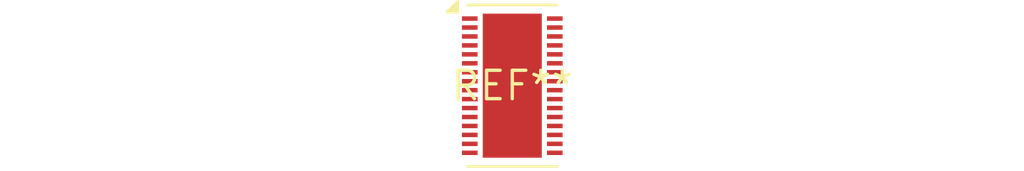
<source format=kicad_pcb>
(kicad_pcb (version 20240108) (generator pcbnew)
  (layers (0 "F.Cu" signal) (31 "B.Cu" signal) (34 "B.Paste" user) (35 "F.Paste" user) (36 "B.SilkS" user "B.Silkscreen") (37 "F.SilkS" user "F.Silkscreen") (38 "B.Mask" user) (39 "F.Mask" user) (44 "Edge.Cuts" user))
  (net 0 "")
  (footprint "DFN-32-1EP_4x7mm_P0.4mm_EP2.64x6.44mm" (layer "F.Cu") (at 0 0)
    (property "Reference" "REF**")
    (property "Value" "DFN-32-1EP_4x7mm_P0.4mm_EP2.64x6.44mm")
    (fp_line (start -2 -3.61) (end 2 -3.61) (layer "F.SilkS") (stroke (width 0.12)))
    (fp_line (start -2 3.61) (end 2 3.61) (layer "F.SilkS") (stroke (width 0.12)))
    (fp_poly (pts (xy -2.44 -3.29) (xy -2.92 -3.29) (xy -2.44 -3.77) (xy -2.44 -3.29)) (layer "F.SilkS") (stroke (width 0.12)) (fill solid))
    (pad "1" smd rect (at -1.9 -3) (size 0.7 0.2) (layers "F.Cu" "F.Paste" "F.Mask"))
    (pad "2" smd rect (at -1.9 -2.6) (size 0.7 0.2) (layers "F.Cu" "F.Paste" "F.Mask"))
    (pad "3" smd rect (at -1.9 -2.2) (size 0.7 0.2) (layers "F.Cu" "F.Paste" "F.Mask"))
    (pad "4" smd rect (at -1.9 -1.8) (size 0.7 0.2) (layers "F.Cu" "F.Paste" "F.Mask"))
    (pad "5" smd rect (at -1.9 -1.4) (size 0.7 0.2) (layers "F.Cu" "F.Paste" "F.Mask"))
    (pad "6" smd rect (at -1.9 -1) (size 0.7 0.2) (layers "F.Cu" "F.Paste" "F.Mask"))
    (pad "7" smd rect (at -1.9 -0.6) (size 0.7 0.2) (layers "F.Cu" "F.Paste" "F.Mask"))
    (pad "8" smd rect (at -1.9 -0.2) (size 0.7 0.2) (layers "F.Cu" "F.Paste" "F.Mask"))
    (pad "9" smd rect (at -1.9 0.2) (size 0.7 0.2) (layers "F.Cu" "F.Paste" "F.Mask"))
    (pad "10" smd rect (at -1.9 0.6) (size 0.7 0.2) (layers "F.Cu" "F.Paste" "F.Mask"))
    (pad "11" smd rect (at -1.9 1) (size 0.7 0.2) (layers "F.Cu" "F.Paste" "F.Mask"))
    (pad "12" smd rect (at -1.9 1.4) (size 0.7 0.2) (layers "F.Cu" "F.Paste" "F.Mask"))
    (pad "13" smd rect (at -1.9 1.8) (size 0.7 0.2) (layers "F.Cu" "F.Paste" "F.Mask"))
    (pad "14" smd rect (at -1.9 2.2) (size 0.7 0.2) (layers "F.Cu" "F.Paste" "F.Mask"))
    (pad "15" smd rect (at -1.9 2.6) (size 0.7 0.2) (layers "F.Cu" "F.Paste" "F.Mask"))
    (pad "16" smd rect (at -1.9 3) (size 0.7 0.2) (layers "F.Cu" "F.Paste" "F.Mask"))
    (pad "17" smd rect (at 1.9 3) (size 0.7 0.2) (layers "F.Cu" "F.Paste" "F.Mask"))
    (pad "18" smd rect (at 1.9 2.6) (size 0.7 0.2) (layers "F.Cu" "F.Paste" "F.Mask"))
    (pad "19" smd rect (at 1.9 2.2) (size 0.7 0.2) (layers "F.Cu" "F.Paste" "F.Mask"))
    (pad "20" smd rect (at 1.9 1.8) (size 0.7 0.2) (layers "F.Cu" "F.Paste" "F.Mask"))
    (pad "21" smd rect (at 1.9 1.4) (size 0.7 0.2) (layers "F.Cu" "F.Paste" "F.Mask"))
    (pad "22" smd rect (at 1.9 1) (size 0.7 0.2) (layers "F.Cu" "F.Paste" "F.Mask"))
    (pad "23" smd rect (at 1.9 0.6) (size 0.7 0.2) (layers "F.Cu" "F.Paste" "F.Mask"))
    (pad "24" smd rect (at 1.9 0.2) (size 0.7 0.2) (layers "F.Cu" "F.Paste" "F.Mask"))
    (pad "25" smd rect (at 1.9 -0.2) (size 0.7 0.2) (layers "F.Cu" "F.Paste" "F.Mask"))
    (pad "26" smd rect (at 1.9 -0.6) (size 0.7 0.2) (layers "F.Cu" "F.Paste" "F.Mask"))
    (pad "27" smd rect (at 1.9 -1) (size 0.7 0.2) (layers "F.Cu" "F.Paste" "F.Mask"))
    (pad "28" smd rect (at 1.9 -1.4) (size 0.7 0.2) (layers "F.Cu" "F.Paste" "F.Mask"))
    (pad "29" smd rect (at 1.9 -1.8) (size 0.7 0.2) (layers "F.Cu" "F.Paste" "F.Mask"))
    (pad "30" smd rect (at 1.9 -2.2) (size 0.7 0.2) (layers "F.Cu" "F.Paste" "F.Mask"))
    (pad "31" smd rect (at 1.9 -2.6) (size 0.7 0.2) (layers "F.Cu" "F.Paste" "F.Mask"))
    (pad "32" smd rect (at 1.9 -3) (size 0.7 0.2) (layers "F.Cu" "F.Paste" "F.Mask"))
    (pad "33" smd rect (at 0 0) (size 2.64 6.44) (layers "F.Cu" "F.Mask"))
  )
)
</source>
